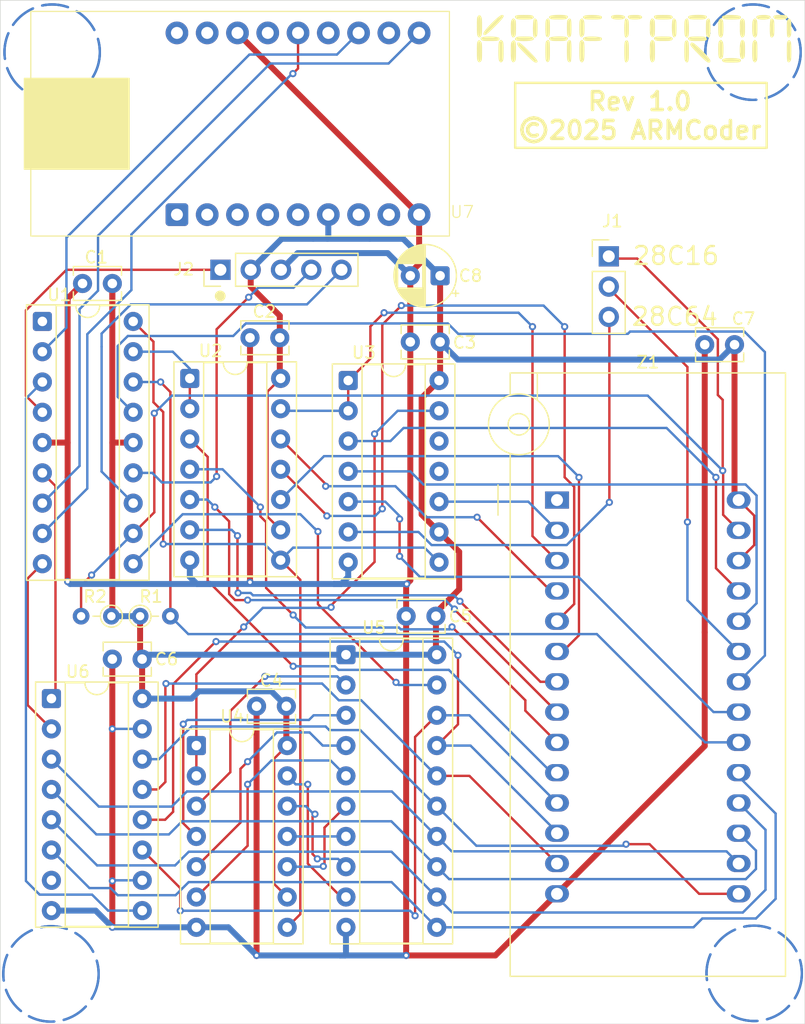
<source format=kicad_pcb>
(kicad_pcb (version 20241229) (generator "pcbnew") (generator_version "9.0")
  (layers (0 "F.Cu" signal) (2 "B.Cu" signal) (13 "F.Paste" user) (15 "B.Paste" user) (5 "F.SilkS" user "F.Silkscreen") (7 "B.SilkS" user "B.Silkscreen") (1 "F.Mask" user) (3 "B.Mask" user) (25 "Edge.Cuts" user))
  (net 0 "")
  (net 1 "Net-(U3-Q2)")
  (net 2 "Net-(U2-Q6)")
  (net 3 "Earth")
  (net 4 "Net-(U2-Q1)")
  (net 5 "Net-(U5-B5)")
  (net 6 "Net-(U2-Q4)")
  (net 7 "/~{WE}")
  (net 8 "Net-(U2-Q5)")
  (net 9 "/~{CE}")
  (net 11 "Net-(U3-Q0)")
  (net 12 "Net-(U2-Q2)")
  (net 13 "Net-(U5-B1)")
  (net 14 "Net-(U5-B2)")
  (net 15 "Net-(U2-Q0)")
  (net 16 "Net-(U2-Q7)")
  (net 17 "Net-(U5-B4)")
  (net 18 "Net-(U2-Q3)")
  (net 19 "Net-(U5-B0)")
  (net 20 "Net-(U3-Q1)")
  (net 21 "+5V")
  (net 22 "/~{OE}")
  (net 23 "Net-(U5-B6)")
  (net 24 "Net-(U5-B7)")
  (net 25 "Net-(U3-Q4)")
  (net 26 "Net-(U5-B3)")
  (net 27 "Net-(U3-Q7)")
  (net 29 "/PGCLK")
  (net 31 "/PGDAT")
  (net 32 "Net-(J2-Pin_1)")
  (net 33 "/VERREAD")
  (net 34 "/~{PGDATEN}")
  (net 35 "/VERCLK")
  (net 36 "Net-(J2-Pin_5)")
  (net 37 "Net-(J2-Pin_4)")
  (net 38 "/~{VERLOAD}")
  (net 40 "Net-(U4-Q1)")
  (net 41 "Net-(U4-Q6)")
  (net 42 "Net-(U4-Q3)")
  (net 43 "Net-(U4-Q7)")
  (net 44 "Net-(U4-Q0)")
  (net 45 "Net-(U4-Q4)")
  (net 46 "Net-(U4-Q2)")
  (net 47 "Net-(U4-Q5)")
  (net 57 "Net-(U1-RB1{slash}RX{slash}DT)")
  (net 58 "Net-(U1-RB2{slash}TX{slash}CK)")
  (net 60 "Net-(U1-RA3{slash}AN3{slash}CMP1)")
  (net 64 "Net-(J1-C)")
  (net 65 "Net-(J1-B)")
  (footprint "Kraft80:kraftprom" (layer "F.Cu") (at 141.675 60.225)
    (property "Reference" "G***" (hide yes))
    (property "Value" "LOGO" (hide yes))
  )
  (footprint "Resistor_THT:R_Axial_DIN0204_L3.6mm_D1.6mm_P2.54mm_Vertical" (layer "F.Cu") (at 100.23 108.65)
    (property "Reference" "R1")
    (property "Value" "4k7" (hide yes))
  )
  (footprint "Package_DIP:DIP-18_W7.62mm_Socket" (layer "F.Cu") (at 92.03 83.93)
    (property "Reference" "U1")
    (property "Value" "PIC16F628A")
  )
  (footprint "Capacitor_THT:C_Disc_D3.8mm_W2.6mm_P2.50mm" (layer "F.Cu") (at 97.9 80.75 180)
    (property "Reference" "C1")
    (property "Value" "100nF" (hide yes))
  )
  (footprint "Capacitor_THT:C_Disc_D3.8mm_W2.6mm_P2.50mm" (layer "F.Cu") (at 125.4 85.65 180)
    (property "Reference" "C3")
    (property "Value" "100nF" (hide yes))
  )
  (footprint "Socket:DIP_Socket-28_W11.9mm_W12.7mm_W15.24mm_W17.78mm_W18.5mm_3M_228-1277-00-0602J" (layer "F.Cu") (at 135.2075 98.91)
    (property "Reference" "Z1")
    (property "Value" "ZIF 28 Pin")
  )
  (footprint "Kraft80:FTDI-ADAPTER" (layer "F.Cu") (at 105.86 67.355 180)
    (property "Reference" "U7")
    (property "Value" "FTDI USB ADAPTER" (hide yes))
  )
  (footprint "Connector_PinHeader_2.54mm:PinHeader_1x05_P2.54mm_Vertical" (layer "F.Cu") (at 106.97 79.6 90)
    (property "Reference" "J2")
    (property "Value" "PROGRAM" (hide yes))
  )
  (footprint "Connector_PinHeader_2.54mm:PinHeader_1x03_P2.54mm_Vertical" (layer "F.Cu") (at 139.55 78.47)
    (property "Reference" "J1")
    (property "Value" "Jumper_3_Bridged12" (hide yes))
  )
  (footprint "Capacitor_THT:C_Disc_D3.8mm_W2.6mm_P2.50mm" (layer "F.Cu") (at 111.95 85.3 180)
    (property "Reference" "C2")
    (property "Value" "100nF" (hide yes))
  )
  (footprint "Resistor_THT:R_Axial_DIN0204_L3.6mm_D1.6mm_P2.54mm_Vertical" (layer "F.Cu") (at 97.82 108.65 180)
    (property "Reference" "R2")
    (property "Value" "4k7" (hide yes))
  )
  (footprint "Capacitor_THT:C_Disc_D3.8mm_W2.6mm_P2.50mm" (layer "F.Cu") (at 112.5 116.2 180)
    (property "Reference" "C4")
    (property "Value" "100nF" (hide yes))
  )
  (footprint "Package_DIP:DIP-14_W7.62mm_Socket" (layer "F.Cu") (at 104.95 119.5)
    (property "Reference" "U4")
    (property "Value" "74HC164")
  )
  (footprint "Package_DIP:DIP-16_W7.62mm_Socket" (layer "F.Cu") (at 92.79 115.56)
    (property "Reference" "U6")
    (property "Value" "74LS165")
  )
  (footprint "Capacitor_THT:CP_Radial_D5.0mm_P2.50mm" (layer "F.Cu") (at 125.4 80.1 180)
    (property "Reference" "C8")
    (property "Value" "100uF/16V" (hide yes))
  )
  (footprint "Package_DIP:DIP-20_W7.62mm_Socket" (layer "F.Cu") (at 117.5 111.88)
    (property "Reference" "U5")
    (property "Value" "74LS245")
  )
  (footprint "Capacitor_THT:C_Disc_D3.8mm_W2.6mm_P2.50mm" (layer "F.Cu") (at 100.4 112.25 180)
    (property "Reference" "C6")
    (property "Value" "100nF" (hide yes))
  )
  (footprint "Package_DIP:DIP-14_W7.62mm_Socket" (layer "F.Cu") (at 117.69 88.885)
    (property "Reference" "U3")
    (property "Value" "74HC164")
  )
  (footprint "Capacitor_THT:C_Disc_D3.8mm_W2.6mm_P2.50mm" (layer "F.Cu") (at 150.1 85.88 180)
    (property "Reference" "C7")
    (property "Value" "100nF" (hide yes))
  )
  (footprint "Package_DIP:DIP-14_W7.62mm_Socket" (layer "F.Cu") (at 104.4 88.71)
    (property "Reference" "U2")
    (property "Value" "74HC164")
  )
  (footprint "Capacitor_THT:C_Disc_D3.8mm_W2.6mm_P2.50mm" (layer "F.Cu") (at 125.05 108.65 180)
    (property "Reference" "C5")
    (property "Value" "100nF" (hide yes))
  )
  (gr_circle (center 92.85 61.35) (end 96.85 61.35) (stroke (width 0.2) (type dash)) (fill no) (layer "B.Cu"))
  (gr_circle (center 151.75 138.6) (end 155.75 138.6) (stroke (width 0.2) (type dash)) (fill no) (layer "B.Cu"))
  (gr_circle (center 151.65 61.35) (end 155.65 61.35) (stroke (width 0.2) (type dash)) (fill no) (layer "B.Cu"))
  (gr_circle (center 92.75 138.65) (end 96.75 138.65) (stroke (width 0.2) (type dash)) (fill no) (layer "B.Cu"))
  (gr_rect (start 131.7 63.925) (end 152.8 69.375) (stroke (width 0.2)) (fill no) (layer "F.SilkS"))
  (gr_circle (center 106.95 81.796447) (end 106.6 81.746447) (stroke (width 0.2)) (fill yes) (layer "F.SilkS"))
  (gr_rect (start 88.5 57) (end 156 142.85) (stroke (width 0.05)) (fill no) (layer "Edge.Cuts"))
  (gr_text "28C16" (at 141.45 79.3 0) (layer "F.SilkS") (effects (font (size 1.5 1.5) (thickness 0.2) (bold yes)) (justify left bottom)))
  (gr_text "28C64" (at 141.35 84.4 0) (layer "F.SilkS") (effects (font (size 1.5 1.5) (thickness 0.2) (bold yes)) (justify left bottom)))
  (gr_text "Rev 1.0\n©2025 ARMCoder" (at 142.15 68.775 0) (layer "F.SilkS") (effects (font (size 1.5 1.5) (thickness 0.3) (bold yes)) (justify bottom)))
  (segment (start 122 103.624) (end 122 100.5) (width 0.2) (layer "F.Cu") (net 1))
  (via (at 122 100.5) (size 0.6) (drill 0.3) (layers "F.Cu" "B.Cu") (net 1))
  (via (at 122 103.624) (size 0.6) (drill 0.3) (layers "F.Cu" "B.Cu") (net 1))
  (segment (start 120.798943 99.045) (end 117.69 99.045) (width 0.2) (layer "B.Cu") (net 1))
  (segment (start 148.34 116.69) (end 150.4475 116.69) (width 0.2) (layer "B.Cu") (net 1))
  (segment (start 122 103.624) (end 122 103.649) (width 0.2) (layer "B.Cu") (net 1))
  (segment (start 123.7 105.349) (end 136.999 105.349) (width 0.2) (layer "B.Cu") (net 1))
  (segment (start 122 100.246057) (end 120.798943 99.045) (width 0.2) (layer "B.Cu") (net 1))
  (segment (start 122 100.5) (end 122 100.246057) (width 0.2) (layer "B.Cu") (net 1))
  (segment (start 136.999 105.349) (end 148.34 116.69) (width 0.2) (layer "B.Cu") (net 1))
  (segment (start 122 103.649) (end 123.7 105.349) (width 0.2) (layer "B.Cu") (net 1))
  (segment (start 134.68 106.53) (end 135.2075 106.53) (width 0.2) (layer "F.Cu") (net 2))
  (segment (start 115.8 97.57) (end 115.8 97.75) (width 0.2) (layer "F.Cu") (net 2))
  (segment (start 112.02 93.79) (end 115.8 97.57) (width 0.2) (layer "F.Cu") (net 2))
  (segment (start 128.5 100.35) (end 134.68 106.53) (width 0.2) (layer "F.Cu") (net 2))
  (via (at 128.5 100.35) (size 0.6) (drill 0.3) (layers "F.Cu" "B.Cu") (net 2))
  (via (at 115.8 97.75) (size 0.6) (drill 0.3) (layers "F.Cu" "B.Cu") (net 2))
  (segment (start 121.65 97.75) (end 124.25 100.35) (width 0.2) (layer "B.Cu") (net 2))
  (segment (start 115.8 97.75) (end 121.65 97.75) (width 0.2) (layer "B.Cu") (net 2))
  (segment (start 124.25 100.35) (end 128.5 100.35) (width 0.2) (layer "B.Cu") (net 2))
  (segment (start 135.2075 131.93) (end 130.0375 137.1) (width 0.5) (layer "F.Cu") (net 3))
  (segment (start 92.03 94.09) (end 94.14 94.09) (width 0.5) (layer "F.Cu") (net 3))
  (segment (start 147.6 119.5375) (end 135.2075 131.93) (width 0.5) (layer "F.Cu") (net 3))
  (segment (start 94.15 94.1) (end 94.15 82) (width 0.5) (layer "F.Cu") (net 3))
  (segment (start 122.55 108.65) (end 122.55 137.1) (width 0.5) (layer "F.Cu") (net 3))
  (segment (start 122.9 85.65) (end 122.9 80.1) (width 0.5) (layer "F.Cu") (net 3))
  (segment (start 94.14 94.09) (end 94.15 94.1) (width 0.2) (layer "F.Cu") (net 3))
  (segment (start 122.9 80.1) (end 122.9 79.85) (width 0.5) (layer "F.Cu") (net 3))
  (segment (start 147.6 110) (end 147.6 119.5375) (width 0.5) (layer "F.Cu") (net 3))
  (segment (start 110 116.2) (end 110 137.1) (width 0.5) (layer "F.Cu") (net 3))
  (segment (start 123.64 79.11) (end 123.64 74.975) (width 0.5) (layer "F.Cu") (net 3))
  (segment (start 122.55 106) (end 122.6 105.95) (width 0.5) (layer "F.Cu") (net 3))
  (segment (start 122.55 108.65) (end 122.55 106) (width 0.5) (layer "F.Cu") (net 3))
  (segment (start 97.9 112.25) (end 97.9 118.1) (width 0.5) (layer "F.Cu") (net 3))
  (segment (start 94.15 97) (end 94.15 94.1) (width 0.5) (layer "F.Cu") (net 3))
  (segment (start 130.0375 137.1) (end 122.55 137.1) (width 0.5) (layer "F.Cu") (net 3))
  (segment (start 97.9 130.85) (end 97.9 134.74) (width 0.5) (layer "F.Cu") (net 3))
  (segment (start 123.625 74.975) (end 123.64 74.975) (width 0.5) (layer "F.Cu") (net 3))
  (segment (start 108.4 59.75) (end 123.625 74.975) (width 0.5) (layer "F.Cu") (net 3))
  (segment (start 122.9 105.65) (end 122.9 85.65) (width 0.5) (layer "F.Cu") (net 3))
  (segment (start 122.6 105.95) (end 122.9 105.65) (width 0.5) (layer "F.Cu") (net 3))
  (segment (start 94.15 105.75) (end 94.15 97) (width 0.5) (layer "F.Cu") (net 3))
  (segment (start 94.15 82) (end 95.4 80.75) (width 0.5) (layer "F.Cu") (net 3))
  (segment (start 122.9 79.85) (end 123.64 79.11) (width 0.5) (layer "F.Cu") (net 3))
  (segment (start 97.95 130.8) (end 97.9 130.85) (width 0.2) (layer "F.Cu") (net 3))
  (segment (start 108.4 59.735) (end 108.4 59.75) (width 0.5) (layer "F.Cu") (net 3))
  (segment (start 109.45 85.3) (end 109.45 105.8) (width 0.5) (layer "F.Cu") (net 3))
  (segment (start 147.6 110) (end 147.6 85.88) (width 0.5) (layer "F.Cu") (net 3))
  (segment (start 109.45 105.8) (end 109.5 105.8) (width 0.5) (layer "F.Cu") (net 3))
  (segment (start 97.9 118.1) (end 97.9 130.85) (width 0.5) (layer "F.Cu") (net 3))
  (via (at 122.55 137.1) (size 0.6) (drill 0.3) (layers "F.Cu" "B.Cu") (net 3))
  (via (at 97.9 130.85) (size 0.6) (drill 0.3) (layers "F.Cu" "B.Cu") (net 3))
  (via (at 97.9 118.1) (size 0.6) (drill 0.3) (layers "F.Cu" "B.Cu") (net 3))
  (via (at 97.9 134.74) (size 0.6) (drill 0.3) (layers "F.Cu" "B.Cu") (net 3))
  (via (at 94.15 105.75) (size 0.6) (drill 0.3) (layers "F.Cu" "B.Cu") (net 3))
  (via (at 109.45 105.8) (size 0.6) (drill 0.3) (layers "F.Cu" "B.Cu") (net 3))
  (via (at 110 137.1) (size 0.6) (drill 0.3) (layers "F.Cu" "B.Cu") (net 3))
  (via (at 122.6 105.95) (size 0.6) (drill 0.3) (layers "F.Cu" "B.Cu") (net 3))
  (segment (start 107.64 134.74) (end 110 137.1) (width 0.5) (layer "B.Cu") (net 3))
  (segment (start 121 78.2) (end 113.45 78.2) (width 0.5) (layer "B.Cu") (net 3))
  (segment (start 117 137.1) (end 122.55 137.1) (width 0.5) (layer "B.Cu") (net 3))
  (segment (start 106.1 105.95) (end 116.5 105.95) (width 0.5) (layer "B.Cu") (net 3))
  (segment (start 110 137.1) (end 117 137.1) (width 0.5) (layer "B.Cu") (net 3))
  (segment (start 97.95 130.8) (end 97.9 130.85) (width 0.2) (layer "B.Cu") (net 3))
  (segment (start 96.5 133.34) (end 97.9 134.74) (width 0.5) (layer "B.Cu") (net 3))
  (segment (start 117 137.1) (end 117.45 137.1) (width 0.5) (layer "B.Cu") (net 3))
  (segment (start 116.5 105.95) (end 122.6 105.95) (width 0.5) (layer "B.Cu") (net 3))
  (segment (start 104.95 134.74) (end 107.64 134.74) (width 0.5) (layer "B.Cu") (net 3))
  (segment (start 122.6 105.95) (end 122.65 105.9) (width 0.5) (layer "B.Cu") (net 3))
  (segment (start 92.79 133.34) (end 96.5 133.34) (width 0.5) (layer "B.Cu") (net 3))
  (segment (start 117.5 137.05) (end 117.5 134.74) (width 0.5) (layer "B.Cu") (net 3))
  (segment (start 100.41 118.1) (end 97.9 118.1) (width 0.2) (layer "B.Cu") (net 3))
  (segment (start 104.4 105.35) (end 105 105.95) (width 0.5) (layer "B.Cu") (net 3))
  (segment (start 106.1 105.95) (end 94.35 105.95) (width 0.5) (layer "B.Cu") (net 3))
  (segment (start 100.41 130.8) (end 97.95 130.8) (width 0.2) (layer "B.Cu") (net 3))
  (segment (start 117.1 105.95) (end 117.69 105.36) (width 0.5) (layer "B.Cu") (net 3))
  (segment (start 116.5 105.95) (end 117.1 105.95) (width 0.5) (layer "B.Cu") (net 3))
  (segment (start 104.95 134.74) (end 97.9 134.74) (width 0.5) (layer "B.Cu") (net 3))
  (segment (start 105 105.95) (end 106.1 105.95) (width 0.5) (layer "B.Cu") (net 3))
  (segment (start 117.69 105.36) (end 117.69 104.125) (width 0.5) (layer "B.Cu") (net 3))
  (segment (start 113.45 78.2) (end 112.05 79.6) (width 0.5) (layer "B.Cu") (net 3))
  (segment (start 122.9 80.1) (end 121 78.2) (width 0.5) (layer "B.Cu") (net 3))
  (segment (start 104.4 103.95) (end 104.4 105.35) (width 0.5) (layer "B.Cu") (net 3))
  (segment (start 117.45 137.1) (end 117.5 137.05) (width 0.5) (layer "B.Cu") (net 3))
  (segment (start 94.35 105.95) (end 94.15 105.75) (width 0.5) (layer "B.Cu") (net 3))
  (segment (start 126.4 109.552) (end 132.55 115.702) (width 0.2) (layer "F.Cu") (net 4))
  (segment (start 132.55 115.702) (end 132.55 116.5725) (width 0.2) (layer "F.Cu") (net 4))
  (segment (start 110.319 99.5) (end 110.319 100.2761) (width 0.2) (layer "F.Cu") (net 4))
  (segment (start 132.55 116.5725) (end 135.2075 119.23) (width 0.2) (layer "F.Cu") (net 4))
  (segment (start 110.8 100.7571) (end 110.8 106.279) (width 0.2) (layer "F.Cu") (net 4))
  (segment (start 110.8 106.279) (end 113.071 108.55) (width 0.2) (layer "F.Cu") (net 4))
  (segment (start 110.319 100.2761) (end 110.8 100.7571) (width 0.2) (layer "F.Cu") (net 4))
  (via (at 110.319 99.5) (size 0.6) (drill 0.3) (layers "F.Cu" "B.Cu") (net 4))
  (via (at 113.071 108.55) (size 0.6) (drill 0.3) (layers "F.Cu" "B.Cu") (net 4))
  (via (at 126.4 109.552) (size 0.6) (drill 0.3) (layers "F.Cu" "B.Cu") (net 4))
  (segment (start 126.201 109.751) (end 122.09395 109.751) (width 0.2) (layer "B.Cu") (net 4))
  (segment (start 121.94295 109.6) (end 114.121 109.6) (width 0.2) (layer "B.Cu") (net 4))
  (segment (start 110.319 99.5) (end 107.149 96.33) (width 0.2) (layer "B.Cu") (net 4))
  (segment (start 107.149 96.33) (end 104.4 96.33) (width 0.2) (layer "B.Cu") (net 4))
  (segment (start 126.4 109.552) (end 126.201 109.751) (width 0.2) (layer "B.Cu") (net 4))
  (segment (start 114.121 109.6) (end 113.071 108.55) (width 0.2) (layer "B.Cu") (net 4))
  (segment (start 122.09395 109.751) (end 121.94295 109.6) (width 0.2) (layer "B.Cu") (net 4))
  (segment (start 151.9 129.85) (end 151.9 128.3025) (width 0.2) (layer "B.Cu") (net 5))
  (segment (start 125.12 129.66) (end 121.31 125.85) (width 0.2) (layer "B.Cu") (net 5))
  (segment (start 103.75 125.85) (end 102.65 126.95) (width 0.2) (layer "B.Cu") (net 5))
  (segment (start 121.31 125.85) (end 103.75 125.85) (width 0.2) (layer "B.Cu") (net 5))
  (segment (start 126.16 130.7) (end 151.05 130.7) (width 0.2) (layer "B.Cu") (net 5))
  (segment (start 96.56 126.95) (end 92.79 123.18) (width 0.2) (layer "B.Cu") (net 5))
  (segment (start 151.9 128.3025) (end 150.4475 126.85) (width 0.2) (layer "B.Cu") (net 5))
  (segment (start 125.12 129.66) (end 126.16 130.7) (width 0.2) (layer "B.Cu") (net 5))
  (segment (start 102.65 126.95) (end 96.56 126.95) (width 0.2) (layer "B.Cu") (net 5))
  (segment (start 151.05 130.7) (end 151.9 129.85) (width 0.2) (layer "B.Cu") (net 5))
  (segment (start 137.05 97.006) (end 137.05 110.25) (width 0.2) (layer "F.Cu") (net 6))
  (segment (start 135.69 111.61) (end 135.2075 111.61) (width 0.2) (layer "F.Cu") (net 6))
  (segment (start 137.05 110.25) (end 135.69 111.61) (width 0.2) (layer "F.Cu") (net 6))
  (via (at 137.05 97.006) (size 0.6) (drill 0.3) (layers "F.Cu" "B.Cu") (net 6))
  (segment (start 115.661 95.229) (end 112.02 98.87) (width 0.2) (layer "B.Cu") (net 6))
  (segment (start 137.05 96.979) (end 135.3 95.229) (width 0.2) (layer "B.Cu") (net 6))
  (segment (start 137.05 97.006) (end 137.05 96.979) (width 0.2) (layer "B.Cu") (net 6))
  (segment (start 135.3 95.229) (end 115.661 95.229) (width 0.2) (layer "B.Cu") (net 6))
  (segment (start 148.701 85.42395) (end 141.93705 78.66) (width 0.2) (layer "F.Cu") (net 7))
  (segment (start 148.701 90.098) (end 148.701 85.42395) (width 0.2) (layer "F.Cu") (net 7))
  (segment (start 149.108965 96.444919) (end 149.108965 90.505965) (width 0.2) (layer "F.Cu") (net 7))
  (segment (start 96.16 105.2) (end 95.28 106.08) (width 0.2) (layer "F.Cu") (net 7))
  (segment (start 149.1465 100.149) (end 150.4475 101.45) (width 0.2) (layer "F.Cu") (net 7))
  (segment (start 95.28 106.08) (end 95.28 108.65) (width 0.2) (layer "F.Cu") (net 7))
  (segment (start 99.09 101.71) (end 99.65 101.71) (width 0.2) (layer "F.Cu") (net 7))
  (segment (start 149.108965 90.505965) (end 148.701 90.098) (width 0.2) (layer "F.Cu") (net 7))
  (segment (start 141.93705 78.66) (end 139.6 78.66) (width 0.2) (layer "F.Cu") (net 7))
  (segment (start 101.420735 91.629265) (end 101.420735 99.939265) (width 0.2) (layer "F.Cu") (net 7))
  (segment (start 149.108965 96.444919) (end 149.1465 96.482454) (width 0.2) (layer "F.Cu") (net 7))
  (segment (start 101.420735 99.939265) (end 99.65 101.71) (width 0.2) (layer "F.Cu") (net 7))
  (segment (start 149.1465 96.482454) (end 149.1465 100.149) (width 0.2) (layer "F.Cu") (net 7))
  (via (at 96.16 105.2) (size 0.6) (drill 0.3) (layers "F.Cu" "B.Cu") (net 7))
  (via (at 149.108965 96.444919) (size 0.6) (drill 0.3) (layers "F.Cu" "B.Cu") (net 7))
  (via (at 101.420735 91.629265) (size 0.6) (drill 0.3) (layers "F.Cu" "B.Cu") (net 7))
  (segment (start 142.813046 90.149) (end 102.901 90.149) (width 0.2) (layer "B.Cu") (net 7))
  (segment (start 149.108965 96.444919) (end 142.813046 90.149) (width 0.2) (layer "B.Cu") (net 7))
  (segment (start 102.901 90.149) (end 101.420735 91.629265) (width 0.2) (layer "B.Cu") (net 7))
  (segment (start 96.16 105.2) (end 99.65 101.71) (width 0.2) (layer "B.Cu") (net 7))
  (segment (start 120.549 84.201) (end 120.549 99.645) (width 0.2) (layer "F.Cu") (net 8))
  (segment (start 122.15 82.6) (end 120.549 84.201) (width 0.2) (layer "F.Cu") (net 8))
  (segment (start 115.9 100.21) (end 115.9 100.24) (width 0.2) (layer "F.Cu") (net 8))
  (segment (start 135.849 84.371) (end 135.849 96.999) (width 0.2) (layer "F.Cu") (net 8))
  (segment (start 136.649 107.6285) (end 135.2075 109.07) (width 0.2) (layer "F.Cu") (net 8))
  (segment (start 136.649 97.799) (end 136.649 107.6285) (width 0.2) (layer "F.Cu") (net 8))
  (segment (start 135.849 96.999) (end 136.649 97.799) (width 0.2) (layer "F.Cu") (net 8))
  (segment (start 112.02 96.33) (end 115.9 100.21) (width 0.2) (layer "F.Cu") (net 8))
  (via (at 122.15 82.6) (size 0.6) (drill 0.3) (layers "F.Cu" "B.Cu") (net 8))
  (via (at 135.849 84.371) (size 0.6) (drill 0.3) (layers "F.Cu" "B.Cu") (net 8))
  (via (at 115.9 100.24) (size 0.6) (drill 0.3) (layers "F.Cu" "B.Cu") (net 8))
  (via (at 120.549 99.645) (size 0.6) (drill 0.3) (layers "F.Cu" "B.Cu") (net 8))
  (segment (start 134.078 82.6) (end 135.849 84.371) (width 0.2) (layer "B.Cu") (net 8))
  (segment (start 119.954 100.24) (end 120.549 99.645) (width 0.2) (layer "B.Cu") (net 8))
  (segment (start 122.15 82.6) (end 134.078 82.6) (width 0.2) (layer "B.Cu") (net 8))
  (segment (start 115.9 100.24) (end 119.954 100.24) (width 0.2) (layer "B.Cu") (net 8))
  (segment (start 101.95 89.03) (end 102.77 89.85) (width 0.2) (layer "F.Cu") (net 9))
  (segment (start 102.77 89.85) (end 102.77 108.65) (width 0.2) (layer "F.Cu") (net 9))
  (segment (start 101.95 89.01) (end 101.95 89.03) (width 0.2) (layer "F.Cu") (net 9))
  (via (at 101.95 89.01) (size 0.6) (drill 0.3) (layers "F.Cu" "B.Cu") (net 9))
  (segment (start 104.272 110.152) (end 102.77 108.65) (width 0.2) (layer "B.Cu") (net 9))
  (segment (start 101.95 89.01) (end 99.65 89.01) (width 0.2) (layer "B.Cu") (net 9))
  (segment (start 150.4475 119.23) (end 147.63 119.23) (width 0.2) (layer "B.Cu") (net 9))
  (segment (start 138.552 110.152) (end 104.272 110.152) (width 0.2) (layer "B.Cu") (net 9))
  (segment (start 147.63 119.23) (end 138.552 110.152) (width 0.2) (layer "B.Cu") (net 9))
  (segment (start 148.5465 97.013791) (end 148.5465 104.629) (width 0.2) (layer "F.Cu") (net 11))
  (segment (start 148.538709 97.006) (end 148.5465 97.013791) (width 0.2) (layer "F.Cu") (net 11))
  (segment (start 148.5465 104.629) (end 150.4475 106.53) (width 0.2) (layer "F.Cu") (net 11))
  (via (at 148.538709 97.006) (size 0.6) (drill 0.3) (layers "F.Cu" "B.Cu") (net 11))
  (segment (start 122.336 92.864) (end 121.235 93.965) (width 0.2) (layer "B.Cu") (net 11))
  (segment (start 148.538709 97.006) (end 148.538709 97.002709) (width 0.2) (layer "B.Cu") (net 11))
  (segment (start 121.235 93.965) (end 117.69 93.965) (width 0.2) (layer "B.Cu") (net 11))
  (segment (start 144.4 92.864) (end 122.336 92.864) (width 0.2) (layer "B.Cu") (net 11))
  (segment (start 148.538709 97.002709) (end 144.4 92.864) (width 0.2) (layer "B.Cu") (net 11))
  (segment (start 126.6 108.0825) (end 135.2075 116.69) (width 0.2) (layer "F.Cu") (net 12))
  (segment (start 126.6 108.05) (end 126.6 108.0825) (width 0.2) (layer "F.Cu") (net 12))
  (segment (start 108.200057 107.3) (end 109.25 107.3) (width 0.2) (layer "F.Cu") (net 12))
  (segment (start 107.7 100.7) (end 107.7 106.799943) (width 0.2) (layer "F.Cu") (net 12))
  (segment (start 106.5 99.5) (end 107.7 100.7) (width 0.2) (layer "F.Cu") (net 12))
  (segment (start 107.7 106.799943) (end 108.200057 107.3) (width 0.2) (layer "F.Cu") (net 12))
  (via (at 109.25 107.3) (size 0.6) (drill 0.3) (layers "F.Cu" "B.Cu") (net 12))
  (via (at 126.6 108.05) (size 0.6) (drill 0.3) (layers "F.Cu" "B.Cu") (net 12))
  (via (at 106.5 99.5) (size 0.6) (drill 0.3) (layers "F.Cu" "B.Cu") (net 12))
  (segment (start 105.87 98.87) (end 104.4 98.87) (width 0.2) (layer "B.Cu") (net 12))
  (segment (start 126.6 108.05) (end 125.85 107.3) (width 0.2) (layer "B.Cu") (net 12))
  (segment (start 125.85 107.3) (end 109.25 107.3) (width 0.2) (layer "B.Cu") (net 12))
  (segment (start 106.5 99.5) (end 105.87 98.87) (width 0.2) (layer "B.Cu") (net 12))
  (segment (start 126.9 117.72) (end 125.12 119.5) (width 0.2) (layer "F.Cu") (net 13))
  (segment (start 126.9 111.929) (end 126.9 117.72) (width 0.2) (layer "F.Cu") (net 13))
  (segment (start 135.2075 126.7575) (end 135.2075 126.85) (width 0.2) (layer "F.Cu") (net 13))
  (segment (start 102.33 125.72) (end 103 125.05) (width 0.2) (layer "F.Cu") (net 13))
  (segment (start 106.6 110.779) (end 106.571 110.779) (width 0.2) (layer "F.Cu") (net 13))
  (segment (start 106.571 110.779) (end 103 114.35) (width 0.2) (layer "F.Cu") (net 13))
  (segment (start 103 125.05) (end 103 114.35) (width 0.2) (layer "F.Cu") (net 13))
  (segment (start 100.41 125.72) (end 102.33 125.72) (width 0.2) (layer "F.Cu") (net 13))
  (via (at 126.9 111.929) (size 0.6) (drill 0.3) (layers "F.Cu" "B.Cu") (net 13))
  (via (at 106.6 110.779) (size 0.6) (drill 0.3) (layers "F.Cu" "B.Cu") (net 13))
  (segment (start 135.2075 126.7575) (end 127.95 119.5) (width 0.2) (layer "B.Cu") (net 13))
  (segment (start 126.9 111.929) (end 125.75 110.779) (width 0.2) (layer "B.Cu") (net 13))
  (segment (start 127.95 119.5) (end 125.12 119.5) (width 0.2) (layer "B.Cu") (net 13))
  (segment (start 135.2075 126.85) (end 135.2075 126.7575) (width 0.2) (layer "B.Cu") (net 13))
  (segment (start 125.75 110.779) (end 106.6 110.779) (width 0.2) (layer "B.Cu") (net 13))
  (segment (start 102.35 114.351) (end 102.35 122.55) (width 0.2) (layer "F.Cu") (net 14))
  (segment (start 125.12 122.04) (end 127.8575 122.04) (width 0.2) (layer "F.Cu") (net 14))
  (segment (start 102.4 114.301) (end 102.35 114.351) (width 0.2) (layer "F.Cu") (net 14))
  (segment (start 127.8575 122.04) (end 127.88375 122.06625) (width 0.2) (layer "F.Cu") (net 14))
  (segment (start 102.35 122.55) (end 101.72 123.18) (width 0.2) (layer "F.Cu") (net 14))
  (segment (start 127.88375 122.06625) (end 135.2075 129.39) (width 0.2) (layer "F.Cu") (net 14))
  (segment (start 101.72 123.18) (end 100.41 123.18) (width 0.2) (layer "F.Cu") (net 14))
  (via (at 102.4 114.301) (size 0.6) (drill 0.3) (layers "F.Cu" "B.Cu") (net 14))
  (segment (start 115.501 114.301) (end 116.9 115.7) (width 0.2) (layer "B.Cu") (net 14))
  (segment (start 118.78 115.7) (end 125.12 122.04) (width 0.2) (layer "B.Cu") (net 14))
  (segment (start 102.4 114.301) (end 115.501 114.301) (width 0.2) (layer "B.Cu") (net 14))
  (segment (start 116.9 115.7) (end 118.78 115.7) (width 0.2) (layer "B.Cu") (net 14))
  (segment (start 105.9 95.29) (end 104.4 93.79) (width 0.2) (layer "F.Cu") (net 15))
  (segment (start 105.9 105.679) (end 105.9 95.29) (width 0.2) (layer "F.Cu") (net 15))
  (segment (start 113.071 112.85) (end 105.9 105.679) (width 0.2) (layer "F.Cu") (net 15))
  (via (at 113.071 112.85) (size 0.6) (drill 0.3) (layers "F.Cu" "B.Cu") (net 15))
  (segment (start 116.57495 112.85) (end 116.87495 113.15) (width 0.2) (layer "B.Cu") (net 15))
  (segment (start 134.751 121.77) (end 135.2075 121.77) (width 0.2) (layer "B.Cu") (net 15))
  (segment (start 113.071 112.85) (end 116.57495 112.85) (width 0.2) (layer "B.Cu") (net 15))
  (segment (start 126.131 113.15) (end 134.751 121.77) (width 0.2) (layer "B.Cu") (net 15))
  (segment (start 116.87495 113.15) (end 126.131 113.15) (width 0.2) (layer "B.Cu") (net 15))
  (segment (start 133.15 101.9325) (end 135.2075 103.99) (width 0.2) (layer "F.Cu") (net 16))
  (segment (start 119.55 87.05) (end 117.715 88.885) (width 0.2) (layer "F.Cu") (net 16))
  (segment (start 120.700735 83.200735) (end 120.699265 83.200735) (width 0.2) (layer "F.Cu") (net 16))
  (segment (start 120.699265 83.200735) (end 119.55 84.35) (width 0.2) (layer "F.Cu") (net 16))
  (segment (start 133.15 84.371) (end 133.15 101.9325) (width 0.2) (layer "F.Cu") (net 16))
  (segment (start 119.55 84.35) (end 119.55 87.05) (width 0.2) (layer "F.Cu") (net 16))
  (segment (start 117.69 88.885) (end 117.69 91.425) (width 0.2) (layer "F.Cu") (net 16))
  (segment (start 117.715 88.885) (end 117.69 88.885) (width 0.2) (layer "F.Cu") (net 16))
  (via (at 133.15 84.371) (size 0.6) (drill 0.3) (layers "F.Cu" "B.Cu") (net 16))
  (via (at 120.700735 83.200735) (size 0.6) (drill 0.3) (layers "F.Cu" "B.Cu") (net 16))
  (segment (start 112.195 91.425) (end 112.02 91.25) (width 0.2) (layer "B.Cu") (net 16))
  (segment (start 131.979 83.2) (end 133.15 84.371) (width 0.2) (layer "B.Cu") (net 16))
  (segment (start 117.69 91.425) (end 112.195 91.425) (width 0.2) (layer "B.Cu") (net 16))
  (segment (start 120.70147 83.2) (end 131.979 83.2) (width 0.2) (layer "B.Cu") (net 16))
  (segment (start 120.700735 83.200735) (end 120.70147 83.2) (width 0.2) (layer "B.Cu") (net 16))
  (segment (start 104.15 123.35) (end 102.881 124.619) (width 0.2) (layer "B.Cu") (net 17))
  (segment (start 125.12 127.12) (end 126.369 128.369) (width 0.2) (layer "B.Cu") (net 17))
  (segment (start 121.35 123.35) (end 104.15 123.35) (width 0.2) (layer "B.Cu") (net 17))
  (segment (start 126.369 128.369) (end 149.4265 128.369) (width 0.2) (layer "B.Cu") (net 17))
  (segment (start 125.12 127.12) (end 121.35 123.35) (width 0.2) (layer "B.Cu") (net 17))
  (segment (start 102.881 124.619) (end 96.769 124.619) (width 0.2) (layer "B.Cu") (net 17))
  (segment (start 96.769 124.619) (end 92.79 120.64) (width 0.2) (layer "B.Cu") (net 17))
  (segment (start 149.4265 128.369) (end 150.4475 129.39) (width 0.2) (layer "B.Cu") (net 17))
  (segment (start 127.06304 107.397622) (end 133.815418 114.15) (width 0.2) (layer "F.Cu") (net 18))
  (segment (start 133.815418 114.15) (end 135.2075 114.15) (width 0.2) (layer "F.Cu") (net 18))
  (segment (start 108.45 106.7) (end 108.4 106.65) (width 0.2) (layer "F.Cu") (net 18))
  (segment (start 108.4 106.65) (end 108.4 101.9) (width 0.2) (layer "F.Cu") (net 18))
  (via (at 108.45 106.7) (size 0.6) (drill 0.3) (layers "F.Cu" "B.Cu") (net 18))
  (via (at 127.06304 107.397622) (size 0.6) (drill 0.3) (layers "F.Cu" "B.Cu") (net 18))
  (via (at 108.4 101.9) (size 0.6) (drill 0.3) (layers "F.Cu" "B.Cu") (net 18))
  (segment (start 127.06304 107.397622) (end 126.564418 106.899) (width 0.2) (layer "B.Cu") (net 18))
  (segment (start 107.91 101.41) (end 104.4 101.41) (width 0.2) (layer "B.Cu") (net 18))
  (segment (start 126.564418 106.899) (end 109.698943 106.899) (width 0.2) (layer "B.Cu") (net 18))
  (segment (start 109.698943 106.899) (end 109.498943 106.699) (width 0.2) (layer "B.Cu") (net 18))
  (segment (start 108.451 106.699) (end 108.45 106.7) (width 0.2) (layer "B.Cu") (net 18))
  (segment (start 108.4 101.9) (end 107.91 101.41) (width 0.2) (layer "B.Cu") (net 18))
  (segment (start 109.498943 106.699) (end 108.451 106.699) (width 0.2) (layer "B.Cu") (net 18))
  (segment (start 123.3 133.768527) (end 123.3 118.78) (width 0.2) (layer "F.Cu") (net 19))
  (segment (start 103.6 131.45) (end 100.41 128.26) (width 0.2) (layer "F.Cu") (net 19))
  (segment (start 123.3 118.78) (end 125.12 116.96) (width 0.2) (layer "F.Cu") (net 19))
  (segment (start 103.6 133.35) (end 103.6 131.45) (width 0.2) (layer "F.Cu") (net 19))
  (via (at 103.6 133.35) (size 0.6) (drill 0.3) (layers "F.Cu" "B.Cu") (net 19))
  (via (at 123.3 133.768527) (size 0.6) (drill 0.3) (layers "F.Cu" "B.Cu") (net 19))
  (segment (start 122.881473 133.35) (end 123.3 133.768527) (width 0.2) (layer "B.Cu") (net 19))
  (segment (start 103.6 133.35) (end 122.881473 133.35) (width 0.2) (layer "B.Cu") (net 19))
  (segment (start 127.8575 116.96) (end 135.2075 124.31) (width 0.2) (layer "B.Cu") (net 19))
  (segment (start 125.12 116.96) (end 127.8575 116.96) (width 0.2) (layer "B.Cu") (net 19))
  (segment (start 117.69 96.505) (end 122.899 96.505) (width 0.2) (layer "B.Cu") (net 20))
  (segment (start 151.95 98.528268) (end 151.95 107.5675) (width 0.2) (layer "B.Cu") (net 20))
  (segment (start 148.7 97.6) (end 151.021732 97.6) (width 0.2) (layer "B.Cu") (net 20))
  (segment (start 148.694 97.606) (end 148.7 97.6) (width 0.2) (layer "B.Cu") (net 20))
  (segment (start 124 97.606) (end 148.694 97.606) (width 0.2) (layer "B.Cu") (net 20))
  (segment (start 151.95 107.5675) (end 150.4475 109.07) (width 0.2) (layer "B.Cu") (net 20))
  (segment (start 122.899 96.505) (end 124 97.606) (width 0.2) (layer "B.Cu") (net 20))
  (segment (start 151.021732 97.6) (end 151.95 98.528268) (width 0.2) (layer "B.Cu") (net 20))
  (segment (start 125.335 101.585) (end 127 103.25) (width 0.5) (layer "F.Cu") (net 21))
  (segment (start 125.4 85.65) (end 125.4 88.795) (width 0.5) (layer "F.Cu") (net 21))
  (segment (start 123.85 100.125) (end 123.85 90.345) (width 0.5) (layer "F.Cu") (net 21))
  (segment (start 97.9 108.57) (end 97.82 108.65) (width 0.5) (layer "F.Cu") (net 21))
  (segment (start 111.95 83.45) (end 109.51 81.01) (width 0.5) (layer "F.Cu") (net 21))
  (segment (start 100.25 108.67) (end 100.23 108.65) (width 0.5) (layer "F.Cu") (net 21))
  (segment (start 97.899 82.85) (end 97.899 82.401) (width 0.5) (layer "F.Cu") (net 21))
  (segment (start 112.5 119.43) (end 112.57 119.5) (width 0.5) (layer "F.Cu") (net 21))
  (segment (start 111.469 131.099) (end 111.469 120.601) (width 0.2) (layer "F.Cu") (net 21))
  (segment (start 97.9 94.1) (end 97.9 108.57) (width 0.5) (layer "F.Cu") (net 21))
  (segment (start 97.9 82.849) (end 97.9 80.75) (width 0.5) (layer "F.Cu") (net 21))
  (segment (start 125.4 88.795) (end 125.31 88.885) (width 0.5) (layer "F.Cu") (net 21))
  (segment (start 97.9 94.1) (end 97.91 94.09) (width 0.5) (layer "F.Cu") (net 21))
  (segment (start 125.31 101.585) (end 125.335 101.585) (width 0.5) (layer "F.Cu") (net 21))
  (segment (start 151.7485 102.689) (end 151.7485 100.211) (width 0.2) (layer "F.Cu") (net 21))
  (segment (start 150.1 85.88) (end 150.1 98.5625) (width 0.5) (layer "F.Cu") (net 21))
  (segment (start 111.95 85.3) (end 111.95 83.45) (width 0.5) (layer "F.Cu") (net 21))
  (segment (start 97.899 82.85) (end 97.9 82.849) (width 0.5) (layer "F.Cu") (net 21))
  (segment (start 97.91 94.09) (end 99.65 94.09) (width 0.5) (layer "F.Cu") (net 21))
  (segment (start 111.469 120.601) (end 112.57 119.5) (width 0.2) (layer "F.Cu") (net 21))
  (segment (start 100.23 108.65) (end 100.23 112.08) (width 0.5) (layer "F.Cu") (net 21))
  (segment (start 125.31 101.585) (end 123.85 100.125) (width 0.5) (layer "F.Cu") (net 21))
  (segment (start 111.95 85.3) (end 111.95 88.64) (width 0.5) (layer "F.Cu") (net 21))
  (segment (start 110.919 89.811) (end 112.02 88.71) (width 0.2) (layer "F.Cu") (net 21))
  (segment (start 125.05 108.35) (end 127 106.4) (width 0.5) (layer "F.Cu") (net 21))
  (segment (start 125.25 79.95) (end 125.4 80.1) (width 0.5) (layer "F.Cu") (net 21))
  (segment (start 110.919 100.309) (end 110.919 89.811) (width 0.2) (layer "F.Cu") (net 21))
  (segment (start 100.4 112.25) (end 100.4 115.55) (width 0.5) (layer "F.Cu") (net 21))
  (segment (start 100.4 115.55) (end 100.41 115.56) (width 0.5) (layer "F.Cu") (net 21))
  (segment (start 151.7485 100.211) (end 150.4475 98.91) (width 0.2) (layer "F.Cu") (net 21))
  (segment (start 97.9 94.1) (end 97.9 80.75) (width 0.5) (layer "F.Cu") (net 21))
  (segment (start 109.51 81.01) (end 109.51 79.6) (width 0.5) (layer "F.Cu") (net 21))
  (segment (start 150.4475 103.99) (end 151.7485 102.689) (width 0.2) (layer "F.Cu") (net 21))
  (segment (start 125.05 108.65) (end 125.05 111.81) (width 0.5) (layer "F.Cu") (net 21))
  (segment (start 123.85 90.345) (end 125.31 88.885) (width 0.5) (layer "F.Cu") (net 21))
  (segment (start 125.05 108.65) (end 125.05 108.35) (width 0.5) (layer "F.Cu") (net 21))
  (segment (start 125.4 80.1) (end 125.4 85.65) (width 0.5) (layer "F.Cu") (net 21))
  (segment (start 112.57 132.2) (end 111.469 131.099) (width 0.2) (layer "F.Cu") (net 21))
  (segment (start 127 106.4) (end 127 103.25) (width 0.5) (layer "F.Cu") (net 21))
  (segment (start 112.5 116.2) (end 112.5 119.43) (width 0.5) (layer "F.Cu") (net 21))
  (segment (start 150.1 98.5625) (end 150.4475 98.91) (width 0.5) (layer "F.Cu") (net 21))
  (segment (start 125.05 111.81) (end 125.12 111.88) (width 0.5) (layer "F.Cu") (net 21))
  (segment (start 111.95 88.64) (end 112.02 88.71) (width 0.5) (layer "F.Cu") (net 21))
  (segment (start 100.23 112.08) (end 100.4 112.25) (width 0.5) (layer "F.Cu") (net 21))
  (segment (start 112.02 101.41) (end 110.919 100.309) (width 0.2) (layer "F.Cu") (net 21))
  (segment (start 112.11 77) (end 114.75 77) (width 0.5) (layer "B.Cu") (net 21))
  (segment (start 116.02 74.975) (end 116.02 76.93) (width 0.5) (layer "B.Cu") (net 21))
  (segment (start 117.5 111.88) (end 100.77 111.88) (width 0.5) (layer "B.Cu") (net 21))
  (segment (start 115.95 77) (end 119.494888 77) (width 0.5) (layer "B.Cu") (net 21))
  (segment (start 119.494888 77) (end 122.2 77) (width 0.5) (layer "B.Cu") (net 21))
  (segment (start 105.15 114.95) (end 104.54 115.56) (width 0.5) (layer "B.Cu") (net 21))
  (segment (start 97.82 108.65) (end 100.23 108.65) (width 0.5) (layer "B.Cu") (net 21))
  (segment (start 126.881 87.131) (end 125.4 85.65) (width 0.5) (layer "B.Cu") (net 21))
  (segment (start 114.75 77) (end 115.95 77) (width 0.5) (layer "B.Cu") (net 21))
  (segment (start 116.35 75.305) (end 116.02 74.975) (width 0.5) (layer "B.Cu") (net 21))
  (segment (start 148.849 87.131) (end 126.881 87.131) (width 0.5) (layer "B.Cu") (net 21))
  (segment (start 116.02 76.93) (end 115.95 77) (width 0.5) (layer "B.Cu") (net 21))
  (segment (start 104.54 115.56) (end 100.41 115.56) (width 0.5) (layer "B.Cu") (net 21))
  (segment (start 122.2 77) (end 122.3 77) (width 0.5) (layer "B.Cu") (net 21))
  (segment (start 122.3 77) (end 125.4 80.1) (width 0.5) (layer "B.Cu") (net 21))
  (segment (start 125.12 111.88) (end 117.5 111.88) (width 0.5) (layer "B.Cu") (net 21))
  (segment (start 150.1 85.88) (end 148.849 87.131) (width 0.5) (layer "B.Cu") (net 21))
  (segment (start 100.77 111.88) (end 100.4 112.25) (width 0.5) (layer "B.Cu") (net 21))
  (segment (start 111.25 114.95) (end 105.15 114.95) (width 0.5) (layer "B.Cu") (net 21))
  (segment (start 112.5 116.2) (end 111.25 114.95) (width 0.5) (layer "B.Cu") (net 21))
  (segment (start 109.51 79.6) (end 112.11 77) (width 0.5) (layer "B.Cu") (net 21))
  (segment (start 152.65 111.95) (end 152.05 112.55) (width 0.2) (layer "B.Cu") (net 22))
  (segment (start 152.0475 112.55) (end 150.4475 114.15) (width 0.2) (layer "B.Cu") (net 22))
  (segment (start 98.35 90.25) (end 98.35 86) (width 0.2) (layer "B.Cu") (net 22))
  (segment (start 99.65 91.55) (end 98.35 90.25) (width 0.2) (layer "B.Cu") (net 22))
  (segment (start 152.05 112.55) (end 152.0475 112.55) (width 0.2) (layer "B.Cu") (net 22))
  (segment (start 109.1 84.1) (end 126.05 84.1) (width 0.2) (layer "B.Cu") (net 22))
  (segment (start 98.35 86) (end 99.2 85.15) (width 0.2) (layer "B.Cu") (net 22))
  (segment (start 150.929 84.779) (end 152.65 86.5) (width 0.2) (layer "B.Cu") (net 22))
  (segment (start 126.921 84.971) (end 141.15 84.971) (width 0.2) (layer "B.Cu") (net 22))
  (segment (start 141.342 84.779) (end 150.929 84.779) (width 0.2) (layer "B.Cu") (net 22))
  (segment (start 108.99395 84.199) (end 109.001 84.199) (width 0.2) (layer "B.Cu") (net 22))
  (segment (start 152.65 86.5) (end 152.65 111.95) (width 0.2) (layer "B.Cu") (net 22))
  (segment (start 99.2 85.15) (end 108.04295 85.15) (width 0.2) (layer "B.Cu") (net 22))
  (segment (start 141.15 84.971) (end 141.342 84.779) (width 0.2) (layer "B.Cu") (net 22))
  (segment (start 108.04295 85.15) (end 108.99395 84.199) (width 0.2) (layer "B.Cu") (net 22))
  (segment (start 126.05 84.1) (end 126.921 84.971) (width 0.2) (layer "B.Cu") (net 22))
  (segment (start 109.001 84.199) (end 109.1 84.1) (width 0.2) (layer "B.Cu") (net 22))
  (segment (start 121.32 128.4) (end 104.31495 128.4) (width 0.2) (layer "B.Cu") (net 23))
  (segment (start 96.62 129.55) (end 92.79 125.72) (width 0.2) (layer "B.Cu") (net 23))
  (segment (start 152.7 126.5625) (end 150.4475 124.31) (width 0.2) (layer "B.Cu") (net 23))
  (segment (start 150.8 133.5) (end 152.7 131.6) (width 0.2) (layer "B.Cu") (net 23))
  (segment (start 125.12 132.2) (end 126.42 133.5) (width 0.2) (layer "B.Cu") (net 23))
  (segment (start 126.42 133.5) (end 150.8 133.5) (width 0.2) (layer "B.Cu") (net 23))
  (segment (start 152.7 131.6) (end 152.7 126.5625) (width 0.2) (layer "B.Cu") (net 23))
  (segment (start 103.16495 129.55) (end 96.62 129.55) (width 0.2) (layer "B.Cu") (net 23))
  (segment (start 125.12 132.2) (end 121.32 128.4) (width 0.2) (layer "B.Cu") (net 23))
  (segment (start 104.31495 128.4) (end 103.16495 129.55) (width 0.2) (layer "B.Cu") (net 23))
  (segment (start 98.35 132.05) (end 97.751 131.451) (width 0.2) (layer "B.Cu") (net 24))
  (segment (start 103.20495 132.05) (end 98.35 132.05) (width 0.2) (layer "B.Cu") (net 24))
  (segment (start 146.66 134.74) (end 147.4 134) (width 0.2) (layer "B.Cu") (net 24))
  (segment (start 150.4475 122.0975) (end 150.4475 121.77) (width 0.2) (layer "B.Cu") (net 24))
  (segment (start 147.4 134) (end 151.9 134) (width 0.2) (layer "B.Cu") (net 24))
  (segment (start 121.33 130.95) (end 104.30495 130.95) (width 0.2) (layer "B.Cu") (net 24))
  (segment (start 153.55 125.2) (end 150.4475 122.0975) (width 0.2) (layer "B.Cu") (net 24))
  (segment (start 125.12 134.74) (end 146.66 134.74) (width 0.2) (layer "B.Cu") (net 24))
  (segment (start 153.55 132.35) (end 153.55 125.2) (width 0.2) (layer "B.Cu") (net 24))
  (segment (start 125.12 134.74) (end 121.33 130.95) (width 0.2) (layer "B.Cu") (net 24))
  (segment (start 95.981 131.451) (end 92.79 128.26) (width 0.2) (layer "B.Cu") (net 24))
  (segment (start 97.751 131.451) (end 95.981 131.451) (width 0.2) (layer "B.Cu") (net 24))
  (segment (start 104.30495 130.95) (end 103.20495 132.05) (width 0.2) (layer "B.Cu") (net 24))
  (segment (start 151.9 134) (end 153.55 132.35) (width 0.2) (layer "B.Cu") (net 24))
  (segment (start 125.31 99.045) (end 132.8025 99.045) (width 0.2) (layer "B.Cu") (net 25))
  (segment (start 132.8025 99.045) (end 135.2075 101.45) (width 0.2) (layer "B.Cu") (net 25))
  (segment (start 142.969 127.769) (end 147.13 131.93) (width 0.2) (layer "F.Cu") (net 26))
  (segment (start 141 127.769) (end 142.969 127.769) (width 0.2) (layer "F.Cu") (net 26))
  (segment (start 147.13 131.93) (end 150.4475 131.93) (width 0.2) (layer "F.Cu") (net 26))
  (via (at 141 127.769) (size 0.6) (drill 0.3) (layers "F.Cu" "B.Cu") (net 26))
  (segment (start 125.08 124.58) (end 118.7 118.2) (width 0.2) (layer "B.Cu") (net 26))
  (segment (start 115.8 117.9) (end 104.55 117.9) (width 0.2) (layer "B.Cu") (net 26))
  (segment (start 141 127.769) (end 140.869 127.9) (width 0.2) (layer "B.Cu") (net 26))
  (segment (start 101.81 120.64) (end 100.41 120.64) (width 0.2) (layer "B.Cu") (net 26))
  (segment (start 116.1 118.2) (end 115.8 117.9) (width 0.2) (layer "B.Cu") (net 26))
  (segment (start 104.55 117.9) (end 101.81 120.64) (width 0.2) (layer "B.Cu") (net 26))
  (segment (start 140.869 127.9) (end 128.44 127.9) (width 0.2) (layer "B.Cu") (net 26))
  (segment (start 125.12 124.58) (end 125.08 124.58) (width 0.2) (layer "B.Cu") (net 26))
  (segment (start 128.44 127.9) (end 125.12 124.58) (width 0.2) (layer "B.Cu") (net 26))
  (segment (start 118.7 118.2) (end 116.1 118.2) (width 0.2) (layer "B.Cu") (net 26))
  (segment (start 116.254688 107.9) (end 116.254688 107.745312) (width 0.2) (layer "F.Cu") (net 27))
  (segment (start 104.95 122.04) (end 104.95 119.5) (width 0.2) (layer "F.Cu") (net 27))
  (segment (start 119.9 104.1) (end 119.9 93.365) (width 0.2) (layer "F.Cu") (net 27))
  (segment (start 104.95 113.526472) (end 104.95 119.5) (width 0.2) (layer "F.Cu") (net 27))
  (segment (start 116.254688 107.745312) (end 119.9 104.1) (width 0.2) (layer "F.Cu") (net 27))
  (segment (start 108.924472 109.552) (end 104.95 113.526472) (width 0.2) (layer "F.Cu") (net 27))
  (via (at 116.254688 107.9) (size 0.6) (drill 0.3) (layers "F.Cu" "B.Cu") (net 27))
  (via (at 108.924472 109.552) (size 0.6) (drill 0.3) (layers "F.Cu" "B.Cu") (net 27))
  (via (at 119.9 93.365) (size 0.6) (drill 0.3) (layers "F.Cu" "B.Cu") (net 27))
  (segment (start 121.84 91.425) (end 125.31 91.425) (width 0.2) (layer "B.Cu") (net 27))
  (segment (start 108.924472 109.552) (end 110.526472 107.95) (width 0.2) (layer "B.Cu") (net 27))
  (segment (start 119.9 93.365) (end 121.84 91.425) (width 0.2) (layer "B.Cu") (net 27))
  (segment (start 110.526472 107.95) (end 116.204688 107.95) (width 0.2) (layer "B.Cu") (net 27))
  (segment (start 116.204688 107.95) (end 116.254688 107.9) (width 0.2) (layer "B.Cu") (net 27))
  (segment (start 101.35 90.708587) (end 102.17 91.528587) (width 0.2) (layer "F.Cu") (net 29))
  (segment (start 101.35 85.63) (end 101.35 90.708587) (width 0.2) (layer "F.Cu") (net 29))
  (segment (start 102.17 91.528587) (end 102.17 102.6) (width 0.2) (layer "F.Cu") (net 29))
  (segment (start 113.671 105.601) (end 113.671 133.639) (width 0.2) (layer "F.Cu") (net 29))
  (segment (start 112.02 103.95) (end 113.671 105.601) (width 0.2) (layer "F.Cu") (net 29))
  (segment (start 113.671 133.639) (end 112.57 134.74) (width 0.2) (layer "F.Cu") (net 29))
  (segment (start 99.65 83.93) (end 101.35 85.63) (width 0.2) (layer "F.Cu") (net 29))
  (via (at 102.17 102.6) (size 0.6) (drill 0.3) (layers "F.Cu" "B.Cu") (net 29))
  (segment (start 125.31 104.125) (end 124.085 102.9) (width 0.2) (layer "B.Cu") (net 29))
  (segment (start 124.085 102.9) (end 113.07 102.9) (width 0.2) (layer "B.Cu") (net 29))
  (segment (start 102.17 102.6) (end 110.67 102.6) (width 0.2) (layer "B.Cu") (net 29))
  (segment (start 113.07 102.9) (end 112.02 103.95) (width 0.2) (layer "B.Cu") (net 29))
  (segment (start 110.67 102.6) (end 112.02 103.95) (width 0.2) (layer "B.Cu") (net 29))
  (segment (start 104.4 91.25) (end 104.4 88.71) (width 0.2) (layer "F.Cu") (net 31))
  (segment (start 104.4 88.71) (end 104.4 87.9) (width 0.2) (layer "B.Cu") (net 31))
  (segment (start 102.97 86.47) (end 99.65 86.47) (width 0.2) (layer "B.Cu") (net 31))
  (segment (start 104.4 87.9) (end 102.97 86.47) (width 0.2) (layer "B.Cu") (net 31))
  (segment (start 90.65 90.17) (end 90.65 83) (width 0.2) (layer "F.Cu") (net 32))
  (segment (start 90.65 83) (end 94.05 79.6) (width 0.2) (layer "F.Cu") (net 32))
  (segment (start 92.03 91.55) (end 90.65 90.17) (width 0.2) (layer "F.Cu") (net 32))
  (segment (start 94.05 79.6) (end 106.97 79.6) (width 0.2) (layer "F.Cu") (net 32))
  (segment (start 96.2 132) (end 97.54 133.34) (width 0.2) (layer "B.Cu") (net 33))
  (segment (start 90.65 90.4) (end 90.65 130.85) (width 0.2) (layer "B.Cu") (net 33))
  (segment (start 92.03 89.02) (end 90.65 90.4) (width 0.2) (layer "B.Cu") (net 33))
  (segment (start 97.54 133.34) (end 100.41 133.34) (width 0.2) (layer "B.Cu") (net 33))
  (segment (start 90.65 130.85) (end 91.8 132) (width 0.2) (layer "B.Cu") (net 33))
  (segment (start 92.03 89.01) (end 92.03 89.02) (width 0.2) (layer "B.Cu") (net 33))
  (segment (start 91.8 132) (end 96.2 132) (width 0.2) (layer "B.Cu") (net 33))
  (segment (start 115.15 101.55) (end 115.15 107.64384) (width 0.2) (layer "F.Cu") (net 34))
  (segment (start 119.2 111.69384) (end 119.2 111.7) (width 0.2) (layer "F.Cu") (net 34))
  (segment (start 115.15 107.64384) (end 119.2 111.69384) (width 0.2) (layer "F.Cu") (net 34))
  (segment (start 119.2 111.7) (end 121.7 114.2) (width 0.2) (layer "F.Cu") (net 34))
  (via (at 115.15 101.55) (size 0.6) (drill 0.3) (layers "F.Cu" "B.Cu") (net 34))
  (via (at 121.7 114.2) (size 0.6) (drill 0.3) (layers "F.Cu" "B.Cu") (net 34))
  (segment (start 113.672057 100.1) (end 103.8 100.1) (width 0.2) (layer "B.Cu") (net 34))
  (segment (start 121.92 114.42) (end 125.12 114.42) (width 0.2) (layer "B.Cu") (net 34))
  (segment (start 114.9 101.3) (end 114.872057 101.3) (width 0.2) (layer "B.Cu") (net 34))
  (segment (start 115.15 101.55) (end 114.9 101.3) (width 0.2) (layer "B.Cu") (net 34))
  (segment (start 114.872057 101.3) (end 113.672057 100.1) (width 0.2) (layer "B.Cu") (net 34))
  (segment (start 121.7 114.2) (end 121.92 114.42) (width 0.2) (layer "B.Cu") (net 34))
  (segment (start 103.8 100.1) (end 99.65 104.25) (width 0.2) (layer "B.Cu") (net 34))
  (segment (start 90.8 105.48) (end 90.8 116.11) (width 0.2) (layer "F.Cu") (net 35))
  (segment (start 90.8 116.11) (end 92.79 118.1) (width 0.2) (layer "F.Cu") (net 35))
  (segment (start 92.03 104.25) (end 90.8 105.48) (width 0.2) (layer "F.Cu") (net 35))
  (segment (start 97 96.52) (end 99.65 99.17) (width 0.2) (layer "B.Cu") (net 36))
  (segment (start 97 96.5) (end 97 96.52) (width 0.2) (layer "B.Cu") (net 36))
  (segment (start 97 86.05) (end 97 84.95) (width 0.2) (layer "B.Cu") (net 36))
  (segment (start 97 84.95) (end 99.45 82.5) (width 0.2) (layer "B.Cu") (net 36))
  (segment (start 114.23 82.5) (end 117.13 79.6) (width 0.2) (layer "B.Cu") (net 36))
  (segment (start 99.45 82.5) (end 114.23 82.5) (width 0.2) (layer "B.Cu") (net 36))
  (segment (start 97 86.05) (end 97 96.5) (width 0.2) (layer "B.Cu") (net 36))
  (segment (start 106.65 96.93) (end 106.65 84.589341) (width 0.2) (layer "F.Cu") (net 37))
  (segment (start 106.65 84.589341) (end 109.339341 81.9) (width 0.2) (layer "F.Cu") (net 37))
  (via (at 106.65 96.93) (size 0.6) (drill 0.3) (layers "F.Cu" "B.Cu") (net 37))
  (via (at 109.339341 81.9) (size 0.6) (drill 0.3) (layers "F.Cu" "B.Cu") (net 37))
  (segment (start 113.1 81.1) (end 114.59 79.61) (width 0.2) (layer "B.Cu") (net 37))
  (segment (start 102.05 97.431) (end 101.249 96.63) (width 0.2) (layer "B.Cu") (net 37))
  (segment (start 106.65 96.93) (end 106.65 96.931) (width 0.2) (layer "B.Cu") (net 37))
  (segment (start 106.65 96.931) (end 106.15 97.431) (width 0.2) (layer "B.Cu") (net 37))
  (segment (start 101.249 96.63) (end 99.65 96.63) (width 0.2) (layer "B.Cu") (net 37))
  (segment (start 109.339341 81.9) (end 110.139341 81.1) (width 0.2) (layer "B.Cu") (net 37))
  (segment (start 114.59 79.61) (end 114.59 79.6) (width 0.2) (layer "B.Cu") (net 37))
  (segment (start 106.15 97.431) (end 102.05 97.431) (width 0.2) (layer "B.Cu") (net 37))
  (segment (start 110.139341 81.1) (end 113.1 81.1) (width 0.2) (layer "B.Cu") (net 37))
  (segment (start 93.131 115.219) (end 92.79 115.56) (width 0.2) (layer "F.Cu") (net 38))
  (segment (start 93.131 97.731) (end 93.131 115.219) (width 0.2) (layer "F.Cu") (net 38))
  (segment (start 93.131 97.731) (end 92.03 96.63) (width 0.2) (layer "F.Cu") (net 38))
  (segment (start 103.849 117.701) (end 103.849 126.019) (width 0.2) (layer "F.Cu") (net 40))
  (segment (start 103.849 126.019) (end 104.95 127.12) (width 0.2) (layer "F.Cu") (net 40))
  (via (at 103.849 117.701) (size 0.6) (drill 0.3) (layers "F.Cu" "B.Cu") (net 40))
  (segment (start 103.849 117.701) (end 104.2 117.35) (width 0.2) (layer "B.Cu") (net 40))
  (segment (start 114.79 116.96) (end 117.5 116.96) (width 0.2) (layer "B.Cu") (net 40))
  (segment (start 104.2 117.35) (end 114.4 117.35) (width 0.2) (layer "B.Cu") (net 40))
  (segment (start 114.4 117.35) (end 114.79 116.96) (width 0.2) (layer "B.Cu") (net 40))
  (segment (start 114.701 125.449) (end 114.9 125.25) (width 0.2) (layer "F.Cu") (net 41))
  (segment (start 114.701 128.600997) (end 114.701 125.449) (width 0.2) (layer "F.Cu") (net 41))
  (segment (start 115.100003 129) (end 114.701 128.600997) (width 0.2) (layer "F.Cu") (net 41))
  (via (at 114.9 125.25) (size 0.6) (drill 0.3) (layers "F.Cu" "B.Cu") (net 41))
  (via (at 115.100003 129) (size 0.6) (drill 0.3) (layers "F.Cu" "B.Cu") (net 41))
  (segment (start 114.8 125.25) (end 114.13 124.58) (width 0.2) (layer "B.Cu") (net 41))
  (segment (start 115.100003 129) (end 116.84 129) (width 0.2) (layer "B.Cu") (net 41))
  (segment (start 114.9 125.25) (end 114.8 125.25) (width 0.2) (layer "B.Cu") (net 41))
  (segment (start 114.13 124.58) (end 112.57 124.58) (width 0.2) (layer "B.Cu") (net 41))
  (segment (start 116.84 129) (end 117.5 129.66) (width 0.2) (layer "B.Cu") (net 41))
  (segment (start 109.25 127.9) (end 109.25 122.75) (width 0.2) (layer "F.Cu") (net 42))
  (segment (start 104.95 132.2) (end 109.25 127.9) (width 0.2) (layer "F.Cu") (net 42))
  (via (at 109.25 122.75) (size 0.6) (drill 0.3) (layers "F.Cu" "B.Cu") (net 42))
  (segment (start 116.21 120.75) (end 117.5 122.04) (width 0.2) (layer "B.Cu") (net 42))
  (segment (start 109.25 122.75) (end 111.25 120.75) (width 0.2) (layer "B.Cu") (net 42))
  (segment (start 111.25 120.75) (end 112.05 120.75) (width 0.2) (layer "B.Cu") (net 42))
  (segment (start 112.05 120.75) (end 116.21 120.75) (width 0.2) (layer "B.Cu") (net 42))
  (segment (start 114.3 122.75) (end 114.3 129.4) (width 0.2) (layer "F.Cu") (net 43))
  (segment (start 114.3 129.4) (end 117.1 132.2) (width 0.2) (layer "F.Cu") (net 43))
  (segment (start 117.1 132.2) (end 117.5 132.2) (width 0.2) (layer "F.Cu") (net 43))
  (via (at 114.3 122.75) (size 0.6) (drill 0.3) (layers "F.Cu" "B.Cu") (net 43))
  (segment (start 114.3 122.75) (end 113.28 122.75) (width 0.2) (layer "B.Cu") (net 43))
  (segment (start 113.28 122.75) (end 112.57 122.04) (width 0.2) (layer "B.Cu") (net 43))
  (segment (start 107.8 121.73) (end 107.8 120.1) (width 0.2) (layer "F.Cu") (net 44))
  (segment (start 107.8 120.1) (end 107.8 116.6) (width 0.2) (layer "F.Cu") (net 44))
  (segment (start 107.8 116.6) (end 110.7 113.7) (width 0.2) (layer "F.Cu") (net 44))
  (segment (start 104.95 124.58) (end 107.8 121.73) (width 0.2) (layer "F.Cu") (net 44))
  (via (at 110.7 113.7) (size 0.6) (drill 0.3) (layers "F.Cu" "B.Cu") (net 44))
  (segment (start 110.7 113.7) (end 116.78 113.7) (width 0.2) (layer "B.Cu") (net 44))
  (segment (start 116.78 113.7) (end 117.5 114.42) (width 0.2) (layer "B.Cu") (net 44))
  (segment (start 115.700003 126.379997) (end 117.5 124.58) (width 0.2) (layer "F.Cu") (net 45))
  (segment (start 115.599758 129.624699) (end 115.700003 129.524454) (width 0.2) (layer "F.Cu") (net 45))
  (segment (start 115.700003 129.524454) (end 115.700003 126.379997) (width 0.2) (layer "F.Cu") (net 45))
  (via (at 115.599758 129.624699) (size 0.6) (drill 0.3) (layers "F.Cu" "B.Cu") (net 45))
  (segment (start 115.599758 129.624699) (end 115.564457 129.66) (width 0.2) (layer "B.Cu") (net 45))
  (segment (start 117.23 124.85) (end 117.5 124.58) (width 0.2) (layer "B.Cu") (net 45))
  (segment (start 115.564457 129.66) (end 112.57 129.66) (width 0.2) (layer "B.Cu") (net 45))
  (segment (start 104.95 129.66) (end 108.649 125.961) (width 0.2) (layer "F.Cu") (net 46))
  (segment (start 108.649 125.961) (end 108.649 121.45) (width 0.2) (layer "F.Cu") (net 46))
  (segment (start 108.649 121.45) (end 109.25 120.849) (width 0.2) (layer "F.Cu") (net 46))
  (via (at 109.25 120.849) (size 0.6) (drill 0.3) (layers "F.Cu" "B.Cu") (net 46))
  (segment (start 114.45 118.399) (end 115.551 119.5) (width 0.2) (layer "B.Cu") (net 46))
  (segment (start 109.25 120.849) (end 111.7 118.399) (width 0.2) (layer "B.Cu") (net 46))
  (segment (start 115.551 119.5) (end 117.5 119.5) (width 0.2) (layer "B.Cu") (net 46))
  (segment (start 111.7 118.399) (end 114.45 118.399) (width 0.2) (layer "B.Cu") (net 46))
  (segment (start 112.57 127.12) (end 117.5 127.12) (width 0.2) (layer "B.Cu") (net 47))
  (segment (start 92.03 99.17) (end 95.15 96.05) (width 0.2) (layer "B.Cu") (net 57))
  (segment (start 95.15 96.05) (end 95.15 82.9) (width 0.2) (layer "B.Cu") (net 57))
  (segment (start 96.7 76.74358) (end 111.14358 62.3) (width 0.2) (layer "B.Cu") (net 57))
  (segment (start 121.075 62.3) (end 123.64 59.735) (width 0.2) (layer "B.Cu") (net 57))
  (segment (start 111.14358 62.3) (end 121.075 62.3) (width 0.2) (layer "B.Cu") (net 57))
  (segment (start 95.15 82.9) (end 96.7 81.35) (width 0.2) (layer "B.Cu") (net 57))
  (segment (start 96.7 81.35) (end 96.7 76.74358) (width 0.2) (layer "B.Cu") (net 57))
  (segment (start 113.05 63.15) (end 113.48 62.72) (width 0.2) (layer "F.Cu") (net 58))
  (segment (start 113.48 62.72) (end 113.48 59.735) (width 0.2) (layer "F.Cu") (net 58))
  (via (at 113.05 63.15) (size 0.6) (drill 0.3) (layers "F.Cu" "B.Cu") (net 58))
  (segment (start 113.05 63.15) (end 112.98171 63.15) (width 0.2) (layer "B.Cu") (net 58))
  (segment (start 99.5 81.3) (end 95.8 85) (width 0.2) (layer "B.Cu") (net 58))
  (segment (start 95.8 97.94) (end 92.03 101.71) (width 0.2) (layer "B.Cu") (net 58))
  (segment (start 112.98171 63.15) (end 99.5 76.63171) (width 0.2) (layer "B.Cu") (net 58))
  (segment (start 99.5 76.63171) (end 99.5 81.3) (width 0.2) (layer "B.Cu") (net 58))
  (segment (start 95.8 85) (end 95.8 97.94) (width 0.2) (layer "B.Cu") (net 58))
  (segment (start 109.4 61.55) (end 116.745 61.55) (width 0.2) (layer "B.Cu") (net 60))
  (segment (start 116.745 61.55) (end 118.56 59.735) (width 0.2) (layer "B.Cu") (net 60))
  (segment (start 94.05 76.9) (end 109.4 61.55) (width 0.2) (layer "B.Cu") (net 60))
  (segment (start 92.03 86.47) (end 94.05 84.45) (width 0.2) (layer "B.Cu") (net 60))
  (segment (start 94.05 84.45) (end 94.05 76.9) (width 0.2) (layer "B.Cu") (net 60))
  (segment (start 146.15 87.75) (end 139.6 81.2) (width 0.2) (layer "F.Cu") (net 64))
  (segment (start 146.15 100.75) (end 146.15 87.75) (width 0.2) (layer "F.Cu") (net 64))
  (via (at 146.15 100.75) (size 0.6) (drill 0.3) (layers "F.Cu" "B.Cu") (net 64))
  (segment (start 146.15 100.75) (end 146.15 107.3125) (width 0.2) (layer "B.Cu") (net 64))
  (segment (start 146.15 107.3125) (end 150.4475 111.61) (width 0.2) (layer "B.Cu") (net 64))
  (segment (start 139.6 99.1) (end 139.6 83.74) (width 0.2) (layer "F.Cu") (net 65))
  (via (at 139.6 99.1) (size 0.6) (drill 0.3) (layers "F.Cu" "B.Cu") (net 65))
  (segment (start 124.686 102.686) (end 123.585 101.585) (width 0.2) (layer "B.Cu") (net 65))
  (segment (start 139.6 99.1) (end 136.014 102.686) (width 0.2) (layer "B.Cu") (net 65))
  (segment (start 123.585 101.585) (end 117.69 101.585) (width 0.2) (layer "B.Cu") (net 65))
  (segment (start 136.014 102.686) (end 124.686 102.686) (width 0.2) (layer "B.Cu") (net 65))
)
</source>
